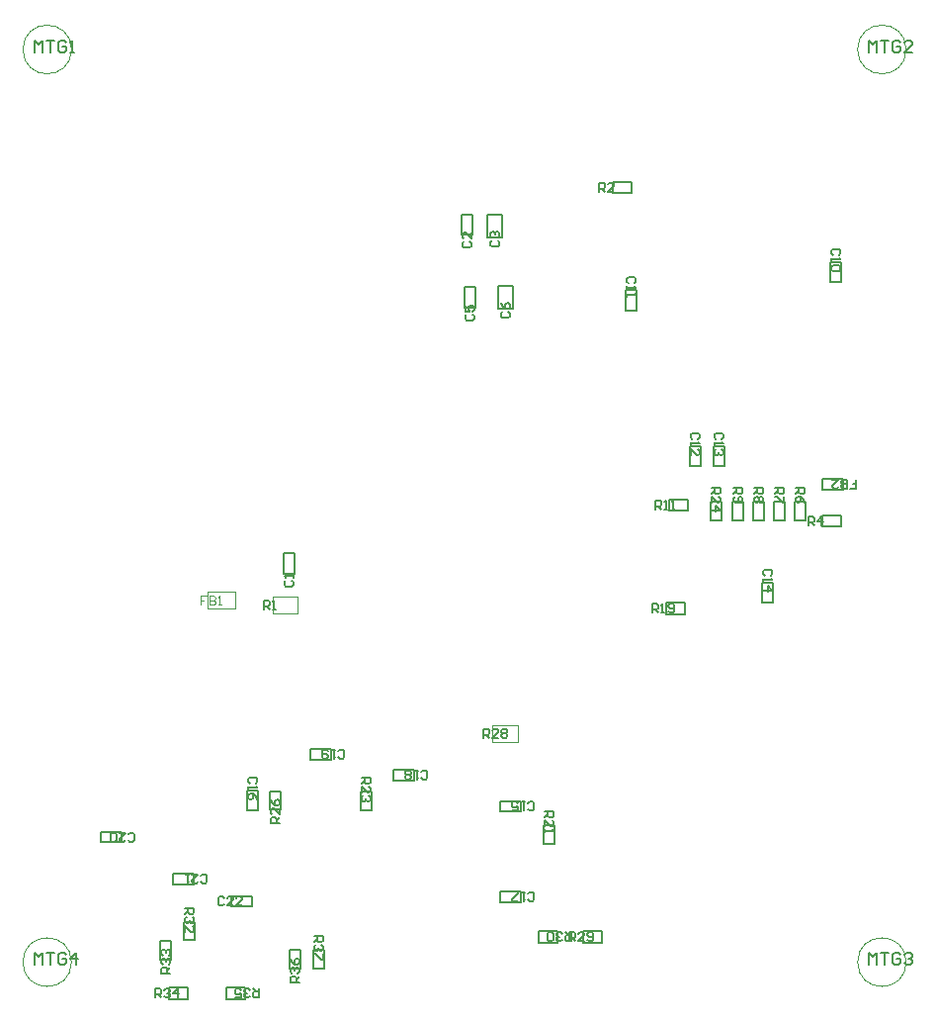
<source format=gbr>
%TF.GenerationSoftware,Altium Limited,Altium Designer,20.0.11 (256)*%
G04 Layer_Color=32768*
%FSLAX26Y26*%
%MOIN*%
%TF.FileFunction,Other,Mechanical_7*%
%TF.Part,Single*%
G01*
G75*
%TA.AperFunction,NonConductor*%
%ADD90C,0.008000*%
%ADD115C,0.005000*%
%ADD159C,0.004000*%
D90*
X151000Y196000D02*
Y235987D01*
X164329Y222658D01*
X177658Y235987D01*
Y196000D01*
X190987Y235987D02*
X217645D01*
X204316D01*
Y196000D01*
X257632Y229323D02*
X250968Y235987D01*
X237639D01*
X230974Y229323D01*
Y202665D01*
X237639Y196000D01*
X250968D01*
X257632Y202665D01*
Y215994D01*
X244303D01*
X290955Y196000D02*
Y235987D01*
X270961Y215994D01*
X297619D01*
X151000Y3271000D02*
Y3310987D01*
X164329Y3297658D01*
X177658Y3310987D01*
Y3271000D01*
X190987Y3310987D02*
X217645D01*
X204316D01*
Y3271000D01*
X257632Y3304323D02*
X250968Y3310987D01*
X237639D01*
X230974Y3304323D01*
Y3277664D01*
X237639Y3271000D01*
X250968D01*
X257632Y3277664D01*
Y3290994D01*
X244303D01*
X270961Y3271000D02*
X284290D01*
X277626D01*
Y3310987D01*
X270961Y3304323D01*
X2966000Y3271000D02*
Y3310987D01*
X2979329Y3297658D01*
X2992658Y3310987D01*
Y3271000D01*
X3005987Y3310987D02*
X3032645D01*
X3019316D01*
Y3271000D01*
X3072632Y3304323D02*
X3065968Y3310987D01*
X3052639D01*
X3045974Y3304323D01*
Y3277664D01*
X3052639Y3271000D01*
X3065968D01*
X3072632Y3277664D01*
Y3290994D01*
X3059303D01*
X3112619Y3271000D02*
X3085961D01*
X3112619Y3297658D01*
Y3304323D01*
X3105955Y3310987D01*
X3092626D01*
X3085961Y3304323D01*
X2966000Y196000D02*
Y235987D01*
X2979329Y222658D01*
X2992658Y235987D01*
Y196000D01*
X3005987Y235987D02*
X3032645D01*
X3019316D01*
Y196000D01*
X3072632Y229323D02*
X3065968Y235987D01*
X3052639D01*
X3045974Y229323D01*
Y202665D01*
X3052639Y196000D01*
X3065968D01*
X3072632Y202665D01*
Y215994D01*
X3059303D01*
X3085961Y229323D02*
X3092626Y235987D01*
X3105955D01*
X3112619Y229323D01*
Y222658D01*
X3105955Y215994D01*
X3099290D01*
X3105955D01*
X3112619Y209329D01*
Y202665D01*
X3105955Y196000D01*
X3092626D01*
X3085961Y202665D01*
D115*
X1679213Y2645630D02*
X1730787D01*
Y2724370D01*
X1679213D02*
X1730787D01*
X1679213Y2645630D02*
Y2724370D01*
X2879500Y1796000D02*
Y1834000D01*
X2810500D02*
X2879500D01*
X2810500Y1796000D02*
Y1834000D01*
Y1796000D02*
X2879500D01*
X1714213Y2484370D02*
X1765787D01*
Y2405630D02*
Y2484370D01*
X1714213Y2405630D02*
X1765787D01*
X1714213D02*
Y2484370D01*
X2183000Y2400500D02*
Y2469500D01*
X2147000Y2400500D02*
X2183000D01*
X2147000Y2469500D02*
X2183000D01*
X2147000Y2400500D02*
Y2469500D01*
X2873000Y2495500D02*
Y2564500D01*
X2837000Y2495500D02*
X2873000D01*
X2837000Y2564500D02*
X2873000D01*
X2837000Y2495500D02*
Y2564500D01*
X613701Y213500D02*
Y276500D01*
X576299D02*
X613701D01*
X576299Y213500D02*
Y276500D01*
Y213500D02*
X613701D01*
X1128701Y183500D02*
Y246500D01*
X1091299D02*
X1128701D01*
X1091299Y183500D02*
Y246500D01*
Y183500D02*
X1128701D01*
X444500Y608500D02*
Y644500D01*
X375500D02*
X444500D01*
X375500Y608500D02*
Y644500D01*
Y608500D02*
X444500D01*
X1011299Y183500D02*
X1048701D01*
X1011299D02*
Y246500D01*
X1048701D01*
Y183500D02*
Y246500D01*
X861815Y81299D02*
Y118701D01*
X798815Y81299D02*
X861815D01*
X798815D02*
Y118701D01*
X861815D01*
X606965Y81299D02*
Y118701D01*
X669965D01*
Y81299D02*
Y118701D01*
X606965Y81299D02*
X669965D01*
X1028000Y1514516D02*
Y1583516D01*
X992000D02*
X1028000D01*
X992000Y1514516D02*
Y1583516D01*
Y1514516D02*
X1028000D01*
X1628000Y2655500D02*
Y2724500D01*
X1592000D02*
X1628000D01*
X1592000Y2655500D02*
Y2724500D01*
Y2655500D02*
X1628000D01*
X1723965Y748000D02*
X1792965D01*
X1723965Y712000D02*
Y748000D01*
Y712000D02*
X1792965D01*
Y748000D01*
X1723965Y443000D02*
X1792965D01*
X1723965Y407000D02*
Y443000D01*
Y407000D02*
X1792965D01*
Y443000D01*
X870465Y715500D02*
Y784500D01*
Y715500D02*
X906465D01*
Y784500D01*
X870465D02*
X906465D01*
X1363965Y853000D02*
X1432965D01*
X1363965Y817000D02*
Y853000D01*
Y817000D02*
X1432965D01*
Y853000D01*
X1083965Y923000D02*
X1152965D01*
X1083965Y887000D02*
Y923000D01*
Y887000D02*
X1152965D01*
Y923000D01*
X1869764Y603500D02*
Y666500D01*
Y603500D02*
X1907165D01*
Y666500D01*
X1869764D02*
X1907165D01*
X982165Y718500D02*
Y781500D01*
X944764D02*
X982165D01*
X944764Y718500D02*
Y781500D01*
Y718500D02*
X982165D01*
X2362000Y1875500D02*
Y1944500D01*
Y1875500D02*
X2398000D01*
Y1944500D01*
X2362000D02*
X2398000D01*
X2442000Y1875500D02*
Y1944500D01*
Y1875500D02*
X2478000D01*
Y1944500D01*
X2442000D02*
X2478000D01*
X2808500Y1672835D02*
X2871500D01*
Y1710236D01*
X2808500D02*
X2871500D01*
X2808500Y1672835D02*
Y1710236D01*
X2293500Y1726299D02*
X2356500D01*
Y1763701D01*
X2293500D02*
X2356500D01*
X2293500Y1726299D02*
Y1763701D01*
X2607000Y1415500D02*
Y1484500D01*
Y1415500D02*
X2643000D01*
Y1484500D01*
X2607000D02*
X2643000D01*
X2716299Y1756500D02*
X2753701D01*
Y1693500D02*
Y1756500D01*
X2716299Y1693500D02*
X2753701D01*
X2716299D02*
Y1756500D01*
X2646457D02*
X2683858D01*
Y1693500D02*
Y1756500D01*
X2646457Y1693500D02*
X2683858D01*
X2646457D02*
Y1756500D01*
X2576299D02*
X2613701D01*
Y1693500D02*
Y1756500D01*
X2576299Y1693500D02*
X2613701D01*
X2576299D02*
Y1756500D01*
X2506299D02*
X2543701D01*
Y1693500D02*
Y1756500D01*
X2506299Y1693500D02*
X2543701D01*
X2506299D02*
Y1756500D01*
X1638000Y2410500D02*
Y2479500D01*
X1602000D02*
X1638000D01*
X1602000Y2410500D02*
Y2479500D01*
Y2410500D02*
X1638000D01*
X2003500Y271299D02*
X2066500D01*
Y308701D01*
X2003500D02*
X2066500D01*
X2003500Y271299D02*
Y308701D01*
X2281844Y1378228D02*
Y1415630D01*
X2344844D01*
Y1378228D02*
Y1415630D01*
X2281844Y1378228D02*
X2344844D01*
X1251575Y715508D02*
Y778508D01*
Y715508D02*
X1288976D01*
Y778508D01*
X1251575D02*
X1288976D01*
X2431299Y1693500D02*
Y1756500D01*
Y1693500D02*
X2468701D01*
Y1756500D01*
X2431299D02*
X2468701D01*
X1852500Y308701D02*
X1915500D01*
X1852500Y271299D02*
Y308701D01*
Y271299D02*
X1915500D01*
Y308701D01*
X620500Y503000D02*
X689500D01*
X620500Y467000D02*
Y503000D01*
Y467000D02*
X689500D01*
Y503000D01*
X815500Y392000D02*
X884500D01*
Y428000D01*
X815500D02*
X884500D01*
X815500Y392000D02*
Y428000D01*
X2103282Y2796299D02*
X2166282D01*
Y2833701D01*
X2103282D02*
X2166282D01*
X2103282Y2796299D02*
Y2833701D01*
X656299Y278500D02*
Y341500D01*
Y278500D02*
X693701D01*
Y341500D01*
X656299D02*
X693701D01*
X925402Y1393622D02*
Y1423612D01*
X940397D01*
X945395Y1418614D01*
Y1408617D01*
X940397Y1403619D01*
X925402D01*
X935398D02*
X945395Y1393622D01*
X955392D02*
X965389D01*
X960390D01*
Y1423612D01*
X955392Y1418614D01*
X1666465Y960000D02*
Y989990D01*
X1681460D01*
X1686458Y984992D01*
Y974995D01*
X1681460Y969997D01*
X1666465D01*
X1676461D02*
X1686458Y960000D01*
X1716448D02*
X1696455D01*
X1716448Y979994D01*
Y984992D01*
X1711450Y989990D01*
X1701453D01*
X1696455Y984992D01*
X1726445D02*
X1731444Y989990D01*
X1741440D01*
X1746439Y984992D01*
Y979994D01*
X1741440Y974995D01*
X1746439Y969997D01*
Y964998D01*
X1741440Y960000D01*
X1731444D01*
X1726445Y964998D01*
Y969997D01*
X1731444Y974995D01*
X1726445Y979994D01*
Y984992D01*
X1731444Y974995D02*
X1741440D01*
X1695008Y2635994D02*
X1690010Y2630995D01*
Y2620998D01*
X1695008Y2616000D01*
X1715002D01*
X1720000Y2620998D01*
Y2630995D01*
X1715002Y2635994D01*
X1695008Y2645990D02*
X1690010Y2650989D01*
Y2660985D01*
X1695008Y2665984D01*
X1700006D01*
X1705005Y2660985D01*
Y2655987D01*
Y2660985D01*
X1710003Y2665984D01*
X1715002D01*
X1720000Y2660985D01*
Y2650989D01*
X1715002Y2645990D01*
X2903006Y1800010D02*
X2923000D01*
Y1815005D01*
X2913003D01*
X2923000D01*
Y1830000D01*
X2893010Y1800010D02*
Y1830000D01*
X2878015D01*
X2873016Y1825002D01*
Y1820003D01*
X2878015Y1815005D01*
X2893010D01*
X2878015D01*
X2873016Y1810006D01*
Y1805008D01*
X2878015Y1800010D01*
X2893010D01*
X2843026Y1830000D02*
X2863019D01*
X2843026Y1810006D01*
Y1805008D01*
X2848024Y1800010D01*
X2858021D01*
X2863019Y1805008D01*
X1730008Y2395994D02*
X1725010Y2390995D01*
Y2380998D01*
X1730008Y2376000D01*
X1750002D01*
X1755000Y2380998D01*
Y2390995D01*
X1750002Y2395994D01*
X1725010Y2425984D02*
X1730008Y2415987D01*
X1740005Y2405990D01*
X1750002D01*
X1755000Y2410989D01*
Y2420985D01*
X1750002Y2425984D01*
X1745003D01*
X1740005Y2420985D01*
Y2405990D01*
X2174992Y2493006D02*
X2179990Y2498005D01*
Y2508002D01*
X2174992Y2513000D01*
X2154998D01*
X2150000Y2508002D01*
Y2498005D01*
X2154998Y2493006D01*
X2150000Y2483010D02*
Y2473013D01*
Y2478011D01*
X2179990D01*
X2174992Y2483010D01*
X2150000Y2458018D02*
Y2448021D01*
Y2453019D01*
X2179990D01*
X2174992Y2458018D01*
X2864992Y2588006D02*
X2869990Y2593005D01*
Y2603002D01*
X2864992Y2608000D01*
X2844998D01*
X2840000Y2603002D01*
Y2593005D01*
X2844998Y2588006D01*
X2840000Y2578010D02*
Y2568013D01*
Y2573011D01*
X2869990D01*
X2864992Y2578010D01*
Y2553018D02*
X2869990Y2548019D01*
Y2538023D01*
X2864992Y2533024D01*
X2844998D01*
X2840000Y2538023D01*
Y2548019D01*
X2844998Y2553018D01*
X2864992D01*
X610000Y167000D02*
X580010D01*
Y181995D01*
X585008Y186994D01*
X595005D01*
X600003Y181995D01*
Y167000D01*
Y176997D02*
X610000Y186994D01*
X585008Y196990D02*
X580010Y201989D01*
Y211986D01*
X585008Y216984D01*
X590006D01*
X595005Y211986D01*
Y206987D01*
Y211986D01*
X600003Y216984D01*
X605002D01*
X610000Y211986D01*
Y201989D01*
X605002Y196990D01*
X585008Y226981D02*
X580010Y231979D01*
Y241976D01*
X585008Y246974D01*
X590006D01*
X595005Y241976D01*
Y236977D01*
Y241976D01*
X600003Y246974D01*
X605002D01*
X610000Y241976D01*
Y231979D01*
X605002Y226981D01*
X1095000Y293000D02*
X1124990D01*
Y278005D01*
X1119992Y273007D01*
X1109995D01*
X1104997Y278005D01*
Y293000D01*
Y283003D02*
X1095000Y273007D01*
X1119992Y263010D02*
X1124990Y258011D01*
Y248014D01*
X1119992Y243016D01*
X1114994D01*
X1109995Y248014D01*
Y253013D01*
Y248014D01*
X1104997Y243016D01*
X1099998D01*
X1095000Y248014D01*
Y258011D01*
X1099998Y263010D01*
X1124990Y233019D02*
Y213026D01*
X1119992D01*
X1099998Y233019D01*
X1095000D01*
X468007Y616508D02*
X473005Y611510D01*
X483002D01*
X488000Y616508D01*
Y636502D01*
X483002Y641500D01*
X473005D01*
X468007Y636502D01*
X438016Y641500D02*
X458010D01*
X438016Y621506D01*
Y616508D01*
X443014Y611510D01*
X453011D01*
X458010Y616508D01*
X428019D02*
X423021Y611510D01*
X413024D01*
X408026Y616508D01*
Y636502D01*
X413024Y641500D01*
X423021D01*
X428019Y636502D01*
Y616508D01*
X1045000Y137000D02*
X1015010D01*
Y151995D01*
X1020008Y156994D01*
X1030005D01*
X1035003Y151995D01*
Y137000D01*
Y146997D02*
X1045000Y156994D01*
X1020008Y166990D02*
X1015010Y171989D01*
Y181986D01*
X1020008Y186984D01*
X1025006D01*
X1030005Y181986D01*
Y176987D01*
Y181986D01*
X1035003Y186984D01*
X1040002D01*
X1045000Y181986D01*
Y171989D01*
X1040002Y166990D01*
X1015010Y216974D02*
X1020008Y206977D01*
X1030005Y196981D01*
X1040002D01*
X1045000Y201979D01*
Y211976D01*
X1040002Y216974D01*
X1035003D01*
X1030005Y211976D01*
Y196981D01*
X908315Y115000D02*
Y85010D01*
X893320D01*
X888321Y90008D01*
Y100005D01*
X893320Y105003D01*
X908315D01*
X898318D02*
X888321Y115000D01*
X878325Y90008D02*
X873326Y85010D01*
X863329D01*
X858331Y90008D01*
Y95007D01*
X863329Y100005D01*
X868328D01*
X863329D01*
X858331Y105003D01*
Y110002D01*
X863329Y115000D01*
X873326D01*
X878325Y110002D01*
X828341Y85010D02*
X848334D01*
Y100005D01*
X838337Y95007D01*
X833339D01*
X828341Y100005D01*
Y110002D01*
X833339Y115000D01*
X843336D01*
X848334Y110002D01*
X560465Y85000D02*
Y114990D01*
X575460D01*
X580458Y109992D01*
Y99995D01*
X575460Y94997D01*
X560465D01*
X570461D02*
X580458Y85000D01*
X590455Y109992D02*
X595453Y114990D01*
X605450D01*
X610448Y109992D01*
Y104993D01*
X605450Y99995D01*
X600452D01*
X605450D01*
X610448Y94997D01*
Y89998D01*
X605450Y85000D01*
X595453D01*
X590455Y89998D01*
X635440Y85000D02*
Y114990D01*
X620445Y99995D01*
X640439D01*
X1000008Y1491009D02*
X995010Y1486011D01*
Y1476014D01*
X1000008Y1471016D01*
X1020002D01*
X1025000Y1476014D01*
Y1486011D01*
X1020002Y1491009D01*
X1025000Y1501006D02*
Y1511003D01*
Y1506004D01*
X995010D01*
X1000008Y1501006D01*
X1600008Y2631994D02*
X1595010Y2626995D01*
Y2616998D01*
X1600008Y2612000D01*
X1620002D01*
X1625000Y2616998D01*
Y2626995D01*
X1620002Y2631994D01*
X1625000Y2661984D02*
Y2641990D01*
X1605006Y2661984D01*
X1600008D01*
X1595010Y2656985D01*
Y2646989D01*
X1600008Y2641990D01*
X1816471Y720008D02*
X1821469Y715010D01*
X1831466D01*
X1836465Y720008D01*
Y740002D01*
X1831466Y745000D01*
X1821469D01*
X1816471Y740002D01*
X1806474Y745000D02*
X1796477D01*
X1801476D01*
Y715010D01*
X1806474Y720008D01*
X1761489Y715010D02*
X1781482D01*
Y730005D01*
X1771486Y725006D01*
X1766487D01*
X1761489Y730005D01*
Y740002D01*
X1766487Y745000D01*
X1776484D01*
X1781482Y740002D01*
X1816471Y415008D02*
X1821469Y410010D01*
X1831466D01*
X1836465Y415008D01*
Y435002D01*
X1831466Y440000D01*
X1821469D01*
X1816471Y435002D01*
X1806474Y440000D02*
X1796477D01*
X1801476D01*
Y410010D01*
X1806474Y415008D01*
X1781482Y410010D02*
X1761489D01*
Y415008D01*
X1781482Y435002D01*
Y440000D01*
X898457Y808006D02*
X903455Y813005D01*
Y823002D01*
X898457Y828000D01*
X878463D01*
X873465Y823002D01*
Y813005D01*
X878463Y808006D01*
X873465Y798010D02*
Y788013D01*
Y793011D01*
X903455D01*
X898457Y798010D01*
X903455Y753024D02*
X898457Y763021D01*
X888460Y773018D01*
X878463D01*
X873465Y768019D01*
Y758023D01*
X878463Y753024D01*
X883461D01*
X888460Y758023D01*
Y773018D01*
X1456471Y825008D02*
X1461469Y820010D01*
X1471466D01*
X1476465Y825008D01*
Y845002D01*
X1471466Y850000D01*
X1461469D01*
X1456471Y845002D01*
X1446474Y850000D02*
X1436477D01*
X1441476D01*
Y820010D01*
X1446474Y825008D01*
X1421482D02*
X1416484Y820010D01*
X1406487D01*
X1401489Y825008D01*
Y830006D01*
X1406487Y835005D01*
X1401489Y840003D01*
Y845002D01*
X1406487Y850000D01*
X1416484D01*
X1421482Y845002D01*
Y840003D01*
X1416484Y835005D01*
X1421482Y830006D01*
Y825008D01*
X1416484Y835005D02*
X1406487D01*
X1176471Y895008D02*
X1181469Y890010D01*
X1191466D01*
X1196465Y895008D01*
Y915002D01*
X1191466Y920000D01*
X1181469D01*
X1176471Y915002D01*
X1166474Y920000D02*
X1156477D01*
X1161476D01*
Y890010D01*
X1166474Y895008D01*
X1141482Y915002D02*
X1136484Y920000D01*
X1126487D01*
X1121489Y915002D01*
Y895008D01*
X1126487Y890010D01*
X1136484D01*
X1141482Y895008D01*
Y900006D01*
X1136484Y905005D01*
X1121489D01*
X1873465Y713000D02*
X1903455D01*
Y698005D01*
X1898457Y693006D01*
X1888460D01*
X1883461Y698005D01*
Y713000D01*
Y703003D02*
X1873465Y693006D01*
Y663016D02*
Y683010D01*
X1893458Y663016D01*
X1898457D01*
X1903455Y668014D01*
Y678011D01*
X1898457Y683010D01*
X1873465Y653019D02*
Y643023D01*
Y648021D01*
X1903455D01*
X1898457Y653019D01*
X978465Y672000D02*
X948474D01*
Y686995D01*
X953473Y691994D01*
X963469D01*
X968468Y686995D01*
Y672000D01*
Y681997D02*
X978465Y691994D01*
Y721984D02*
Y701990D01*
X958471Y721984D01*
X953473D01*
X948474Y716986D01*
Y706989D01*
X953473Y701990D01*
X948474Y751974D02*
X953473Y741977D01*
X963469Y731981D01*
X973466D01*
X978465Y736979D01*
Y746976D01*
X973466Y751974D01*
X968468D01*
X963469Y746976D01*
Y731981D01*
X2389992Y1968006D02*
X2394990Y1973005D01*
Y1983002D01*
X2389992Y1988000D01*
X2369998D01*
X2365000Y1983002D01*
Y1973005D01*
X2369998Y1968006D01*
X2365000Y1958010D02*
Y1948013D01*
Y1953011D01*
X2394990D01*
X2389992Y1958010D01*
X2365000Y1913024D02*
Y1933018D01*
X2384994Y1913024D01*
X2389992D01*
X2394990Y1918023D01*
Y1928019D01*
X2389992Y1933018D01*
X2469992Y1968006D02*
X2474990Y1973005D01*
Y1983002D01*
X2469992Y1988000D01*
X2449998D01*
X2445000Y1983002D01*
Y1973005D01*
X2449998Y1968006D01*
X2445000Y1958010D02*
Y1948013D01*
Y1953011D01*
X2474990D01*
X2469992Y1958010D01*
Y1933018D02*
X2474990Y1928019D01*
Y1918023D01*
X2469992Y1913024D01*
X2464994D01*
X2459995Y1918023D01*
Y1923021D01*
Y1918023D01*
X2454997Y1913024D01*
X2449998D01*
X2445000Y1918023D01*
Y1928019D01*
X2449998Y1933018D01*
X2762000Y1676535D02*
Y1706526D01*
X2776995D01*
X2781994Y1701527D01*
Y1691531D01*
X2776995Y1686532D01*
X2762000D01*
X2771997D02*
X2781994Y1676535D01*
X2806985D02*
Y1706526D01*
X2791990Y1691531D01*
X2811984D01*
X2247000Y1730000D02*
Y1759990D01*
X2261995D01*
X2266994Y1754992D01*
Y1744995D01*
X2261995Y1739997D01*
X2247000D01*
X2256997D02*
X2266994Y1730000D01*
X2276990D02*
X2286987D01*
X2281989D01*
Y1759990D01*
X2276990Y1754992D01*
X2301982Y1730000D02*
X2311979D01*
X2306981D01*
Y1759990D01*
X2301982Y1754992D01*
X2634992Y1508006D02*
X2639990Y1513005D01*
Y1523002D01*
X2634992Y1528000D01*
X2614998D01*
X2610000Y1523002D01*
Y1513005D01*
X2614998Y1508006D01*
X2610000Y1498010D02*
Y1488013D01*
Y1493011D01*
X2639990D01*
X2634992Y1498010D01*
X2610000Y1458023D02*
X2639990D01*
X2624995Y1473018D01*
Y1453024D01*
X2720000Y1803000D02*
X2749990D01*
Y1788005D01*
X2744992Y1783006D01*
X2734995D01*
X2729997Y1788005D01*
Y1803000D01*
Y1793003D02*
X2720000Y1783006D01*
X2749990Y1753016D02*
X2744992Y1763013D01*
X2734995Y1773010D01*
X2724998D01*
X2720000Y1768011D01*
Y1758014D01*
X2724998Y1753016D01*
X2729997D01*
X2734995Y1758014D01*
Y1773010D01*
X2650157Y1803000D02*
X2680148D01*
Y1788005D01*
X2675149Y1783006D01*
X2665153D01*
X2660154Y1788005D01*
Y1803000D01*
Y1793003D02*
X2650157Y1783006D01*
X2680148Y1773010D02*
Y1753016D01*
X2675149D01*
X2655156Y1773010D01*
X2650157D01*
X2580000Y1803000D02*
X2609990D01*
Y1788005D01*
X2604992Y1783006D01*
X2594995D01*
X2589997Y1788005D01*
Y1803000D01*
Y1793003D02*
X2580000Y1783006D01*
X2604992Y1773010D02*
X2609990Y1768011D01*
Y1758014D01*
X2604992Y1753016D01*
X2599994D01*
X2594995Y1758014D01*
X2589997Y1753016D01*
X2584998D01*
X2580000Y1758014D01*
Y1768011D01*
X2584998Y1773010D01*
X2589997D01*
X2594995Y1768011D01*
X2599994Y1773010D01*
X2604992D01*
X2594995Y1768011D02*
Y1758014D01*
X2510000Y1803000D02*
X2539990D01*
Y1788005D01*
X2534992Y1783006D01*
X2524995D01*
X2519997Y1788005D01*
Y1803000D01*
Y1793003D02*
X2510000Y1783006D01*
X2514998Y1773010D02*
X2510000Y1768011D01*
Y1758014D01*
X2514998Y1753016D01*
X2534992D01*
X2539990Y1758014D01*
Y1768011D01*
X2534992Y1773010D01*
X2529994D01*
X2524995Y1768011D01*
Y1753016D01*
X1610008Y2386994D02*
X1605010Y2381995D01*
Y2371998D01*
X1610008Y2367000D01*
X1630002D01*
X1635000Y2371998D01*
Y2381995D01*
X1630002Y2386994D01*
X1605010Y2416984D02*
Y2396990D01*
X1620005D01*
X1615006Y2406987D01*
Y2411985D01*
X1620005Y2416984D01*
X1630002D01*
X1635000Y2411985D01*
Y2401989D01*
X1630002Y2396990D01*
X1957000Y275000D02*
Y304990D01*
X1971995D01*
X1976994Y299992D01*
Y289995D01*
X1971995Y284997D01*
X1957000D01*
X1966997D02*
X1976994Y275000D01*
X2006984D02*
X1986990D01*
X2006984Y294993D01*
Y299992D01*
X2001986Y304990D01*
X1991989D01*
X1986990Y299992D01*
X2016981Y279998D02*
X2021979Y275000D01*
X2031976D01*
X2036974Y279998D01*
Y299992D01*
X2031976Y304990D01*
X2021979D01*
X2016981Y299992D01*
Y294993D01*
X2021979Y289995D01*
X2036974D01*
X2235344Y1381929D02*
Y1411919D01*
X2250339D01*
X2255337Y1406921D01*
Y1396924D01*
X2250339Y1391926D01*
X2235344D01*
X2245340D02*
X2255337Y1381929D01*
X2265334D02*
X2275331D01*
X2270332D01*
Y1411919D01*
X2265334Y1406921D01*
X2290326Y1386928D02*
X2295324Y1381929D01*
X2305321D01*
X2310319Y1386928D01*
Y1406921D01*
X2305321Y1411919D01*
X2295324D01*
X2290326Y1406921D01*
Y1401923D01*
X2295324Y1396924D01*
X2310319D01*
X1255276Y825008D02*
X1285266D01*
Y810013D01*
X1280268Y805014D01*
X1270271D01*
X1265273Y810013D01*
Y825008D01*
Y815011D02*
X1255276Y805014D01*
Y775024D02*
Y795018D01*
X1275269Y775024D01*
X1280268D01*
X1285266Y780022D01*
Y790019D01*
X1280268Y795018D01*
Y765027D02*
X1285266Y760029D01*
Y750032D01*
X1280268Y745034D01*
X1275269D01*
X1270271Y750032D01*
Y755030D01*
Y750032D01*
X1265273Y745034D01*
X1260274D01*
X1255276Y750032D01*
Y760029D01*
X1260274Y765027D01*
X2435000Y1803000D02*
X2464990D01*
Y1788005D01*
X2459992Y1783006D01*
X2449995D01*
X2444997Y1788005D01*
Y1803000D01*
Y1793003D02*
X2435000Y1783006D01*
Y1753016D02*
Y1773010D01*
X2454994Y1753016D01*
X2459992D01*
X2464990Y1758014D01*
Y1768011D01*
X2459992Y1773010D01*
X2435000Y1728024D02*
X2464990D01*
X2449995Y1743019D01*
Y1723026D01*
X1962000Y305000D02*
Y275010D01*
X1947005D01*
X1942006Y280008D01*
Y290005D01*
X1947005Y295003D01*
X1962000D01*
X1952003D02*
X1942006Y305000D01*
X1932010Y280008D02*
X1927011Y275010D01*
X1917014D01*
X1912016Y280008D01*
Y285007D01*
X1917014Y290005D01*
X1922013D01*
X1917014D01*
X1912016Y295003D01*
Y300002D01*
X1917014Y305000D01*
X1927011D01*
X1932010Y300002D01*
X1902019Y280008D02*
X1897021Y275010D01*
X1887024D01*
X1882026Y280008D01*
Y300002D01*
X1887024Y305000D01*
X1897021D01*
X1902019Y300002D01*
Y280008D01*
X713006Y475008D02*
X718005Y470010D01*
X728002D01*
X733000Y475008D01*
Y495002D01*
X728002Y500000D01*
X718005D01*
X713006Y495002D01*
X683016Y500000D02*
X703010D01*
X683016Y480007D01*
Y475008D01*
X688014Y470010D01*
X698011D01*
X703010Y475008D01*
X673019Y500000D02*
X663023D01*
X668021D01*
Y470010D01*
X673019Y475008D01*
X791994Y419992D02*
X786995Y424990D01*
X776998D01*
X772000Y419992D01*
Y399998D01*
X776998Y395000D01*
X786995D01*
X791994Y399998D01*
X821984Y395000D02*
X801990D01*
X821984Y414993D01*
Y419992D01*
X816986Y424990D01*
X806989D01*
X801990Y419992D01*
X851974Y395000D02*
X831981D01*
X851974Y414993D01*
Y419992D01*
X846976Y424990D01*
X836979D01*
X831981Y419992D01*
X2056782Y2800000D02*
Y2829990D01*
X2071777D01*
X2076775Y2824992D01*
Y2814995D01*
X2071777Y2809997D01*
X2056782D01*
X2066778D02*
X2076775Y2800000D01*
X2106765D02*
X2086772D01*
X2106765Y2819994D01*
Y2824992D01*
X2101767Y2829990D01*
X2091770D01*
X2086772Y2824992D01*
X660000Y388000D02*
X689990D01*
Y373005D01*
X684992Y368007D01*
X674995D01*
X669997Y373005D01*
Y388000D01*
Y378003D02*
X660000Y368007D01*
X684992Y358010D02*
X689990Y353011D01*
Y343014D01*
X684992Y338016D01*
X679994D01*
X674995Y343014D01*
Y348013D01*
Y343014D01*
X669997Y338016D01*
X664998D01*
X660000Y343014D01*
Y353011D01*
X664998Y358010D01*
X660000Y308026D02*
Y328019D01*
X679994Y308026D01*
X684992D01*
X689990Y313024D01*
Y323021D01*
X684992Y328019D01*
D159*
X277000Y205000D02*
G03*
X277000Y205000I-82000J0D01*
G01*
Y3280000D02*
G03*
X277000Y3280000I-82000J0D01*
G01*
X3092000D02*
G03*
X3092000Y3280000I-82000J0D01*
G01*
Y205000D02*
G03*
X3092000Y205000I-82000J0D01*
G01*
X1040401Y1381122D02*
Y1436122D01*
X954402Y1381122D02*
X1040401D01*
X954402Y1436122D02*
X1040401D01*
X954402Y1381122D02*
Y1436122D01*
X1781465Y947500D02*
Y1002500D01*
X1695465Y947500D02*
X1781465D01*
X1695465Y1002500D02*
X1781465D01*
X1695465Y947500D02*
Y1002500D01*
X827677Y1397205D02*
Y1454292D01*
X737126Y1397205D02*
X827677D01*
X737126Y1454292D02*
X827677D01*
X737126Y1397205D02*
Y1454292D01*
X732395Y1439738D02*
X712402D01*
Y1424743D01*
X722398D01*
X712402D01*
Y1409748D01*
X742392Y1439738D02*
Y1409748D01*
X757387D01*
X762385Y1414747D01*
Y1419745D01*
X757387Y1424743D01*
X742392D01*
X757387D01*
X762385Y1429742D01*
Y1434740D01*
X757387Y1439738D01*
X742392D01*
X772382Y1409748D02*
X782379D01*
X777380D01*
Y1439738D01*
X772382Y1434740D01*
%TF.MD5,db442539501a9c3bf84c73f3c3f979bc*%
M02*

</source>
